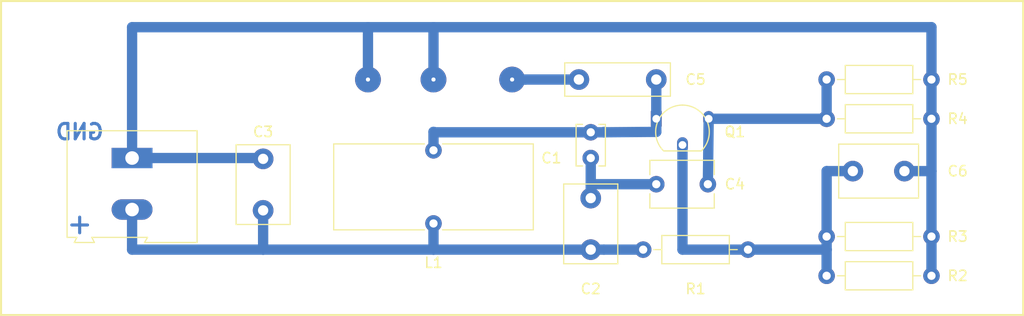
<source format=kicad_pcb>
(kicad_pcb (version 20171130) (host pcbnew 5.0.2-bee76a0~70~ubuntu18.10.1)

  (general
    (thickness 1.6)
    (drawings 6)
    (tracks 41)
    (zones 0)
    (modules 14)
    (nets 8)
  )

  (page A4 portrait)
  (layers
    (0 F.Cu signal)
    (31 B.Cu signal)
    (32 B.Adhes user)
    (33 F.Adhes user)
    (34 B.Paste user)
    (35 F.Paste user)
    (36 B.SilkS user)
    (37 F.SilkS user)
    (38 B.Mask user)
    (39 F.Mask user)
    (40 Dwgs.User user)
    (41 Cmts.User user)
    (42 Eco1.User user)
    (43 Eco2.User user)
    (44 Edge.Cuts user)
    (45 Margin user)
    (46 B.CrtYd user)
    (47 F.CrtYd user)
    (48 B.Fab user)
    (49 F.Fab user)
  )

  (setup
    (last_trace_width 1)
    (trace_clearance 0.2)
    (zone_clearance 0.508)
    (zone_45_only no)
    (trace_min 0.2)
    (segment_width 0.2)
    (edge_width 0.1)
    (via_size 1.5)
    (via_drill 0.4)
    (via_min_size 0.4)
    (via_min_drill 0.3)
    (uvia_size 0.3)
    (uvia_drill 0.1)
    (uvias_allowed no)
    (uvia_min_size 0.2)
    (uvia_min_drill 0.1)
    (pcb_text_width 0.3)
    (pcb_text_size 1.5 1.5)
    (mod_edge_width 0.15)
    (mod_text_size 1 1)
    (mod_text_width 0.15)
    (pad_size 0.85 0.85)
    (pad_drill 0.5)
    (pad_to_mask_clearance 0)
    (solder_mask_min_width 0.25)
    (aux_axis_origin 0 0)
    (visible_elements FFFFEF7F)
    (pcbplotparams
      (layerselection 0x010fc_ffffffff)
      (usegerberextensions false)
      (usegerberattributes false)
      (usegerberadvancedattributes false)
      (creategerberjobfile false)
      (excludeedgelayer true)
      (linewidth 0.100000)
      (plotframeref false)
      (viasonmask false)
      (mode 1)
      (useauxorigin false)
      (hpglpennumber 1)
      (hpglpenspeed 20)
      (hpglpendiameter 15.000000)
      (psnegative false)
      (psa4output false)
      (plotreference true)
      (plotvalue true)
      (plotinvisibletext false)
      (padsonsilk false)
      (subtractmaskfromsilk false)
      (outputformat 1)
      (mirror false)
      (drillshape 1)
      (scaleselection 1)
      (outputdirectory ""))
  )

  (net 0 "")
  (net 1 GND)
  (net 2 "Net-(C2-Pad2)")
  (net 3 "Net-(C1-Pad1)")
  (net 4 "Net-(C4-Pad2)")
  (net 5 VOut)
  (net 6 "Net-(C6-Pad1)")
  (net 7 "Net-(C3-Pad2)")

  (net_class Default "This is the default net class."
    (clearance 0.2)
    (trace_width 1)
    (via_dia 1.5)
    (via_drill 0.4)
    (uvia_dia 0.3)
    (uvia_drill 0.1)
    (add_net GND)
    (add_net "Net-(C1-Pad1)")
    (add_net "Net-(C2-Pad2)")
    (add_net "Net-(C3-Pad2)")
    (add_net "Net-(C4-Pad2)")
    (add_net "Net-(C6-Pad1)")
    (add_net VOut)
  )

  (module Capacitor_THT:C_Disc_D3.8mm_W2.6mm_P2.50mm (layer F.Cu) (tedit 5CE0B27B) (tstamp 5CBA9B17)
    (at 105.41 210.82 90)
    (descr "C, Disc series, Radial, pin pitch=2.50mm, , diameter*width=3.8*2.6mm^2, Capacitor, http://www.vishay.com/docs/45233/krseries.pdf")
    (tags "C Disc series Radial pin pitch 2.50mm  diameter 3.8mm width 2.6mm Capacitor")
    (path /5CBAE367)
    (fp_text reference C1 (at 0 -3.81 180) (layer F.SilkS)
      (effects (font (size 1 1) (thickness 0.15)))
    )
    (fp_text value 1nF (at 1.25 2.55 90) (layer F.Fab)
      (effects (font (size 1 1) (thickness 0.15)))
    )
    (fp_line (start -0.65 -1.3) (end -0.65 1.3) (layer F.Fab) (width 0.1))
    (fp_line (start -0.65 1.3) (end 3.15 1.3) (layer F.Fab) (width 0.1))
    (fp_line (start 3.15 1.3) (end 3.15 -1.3) (layer F.Fab) (width 0.1))
    (fp_line (start 3.15 -1.3) (end -0.65 -1.3) (layer F.Fab) (width 0.1))
    (fp_line (start -0.77 -1.42) (end 3.27 -1.42) (layer F.SilkS) (width 0.12))
    (fp_line (start -0.77 1.42) (end 3.27 1.42) (layer F.SilkS) (width 0.12))
    (fp_line (start -0.77 -1.42) (end -0.77 -0.795) (layer F.SilkS) (width 0.12))
    (fp_line (start -0.77 0.795) (end -0.77 1.42) (layer F.SilkS) (width 0.12))
    (fp_line (start 3.27 -1.42) (end 3.27 -0.795) (layer F.SilkS) (width 0.12))
    (fp_line (start 3.27 0.795) (end 3.27 1.42) (layer F.SilkS) (width 0.12))
    (fp_line (start -1.05 -1.55) (end -1.05 1.55) (layer F.CrtYd) (width 0.05))
    (fp_line (start -1.05 1.55) (end 3.55 1.55) (layer F.CrtYd) (width 0.05))
    (fp_line (start 3.55 1.55) (end 3.55 -1.55) (layer F.CrtYd) (width 0.05))
    (fp_line (start 3.55 -1.55) (end -1.05 -1.55) (layer F.CrtYd) (width 0.05))
    (fp_text user %R (at 1.25 0 90) (layer F.Fab)
      (effects (font (size 0.76 0.76) (thickness 0.114)))
    )
    (pad 1 thru_hole circle (at 0 0 90) (size 1.6 1.6) (drill 0.8) (layers *.Cu *.Mask)
      (net 2 "Net-(C2-Pad2)"))
    (pad 2 thru_hole circle (at 2.5 0 90) (size 1.6 1.6) (drill 0.8) (layers *.Cu *.Mask)
      (net 7 "Net-(C3-Pad2)"))
    (model ${KISYS3DMOD}/Capacitor_THT.3dshapes/C_Disc_D3.8mm_W2.6mm_P2.50mm.wrl
      (at (xyz 0 0 0))
      (scale (xyz 1 1 1))
      (rotate (xyz 0 0 0))
    )
  )

  (module Capacitor_THT:C_Disc_D7.5mm_W5.0mm_P5.00mm (layer F.Cu) (tedit 5CE0B277) (tstamp 5CBA59C7)
    (at 73.66 215.9 90)
    (descr "C, Disc series, Radial, pin pitch=5.00mm, , diameter*width=7.5*5.0mm^2, Capacitor, http://www.vishay.com/docs/28535/vy2series.pdf")
    (tags "C Disc series Radial pin pitch 5.00mm  diameter 7.5mm width 5.0mm Capacitor")
    (path /5CBAE321)
    (fp_text reference C3 (at 7.62 0 180) (layer F.SilkS)
      (effects (font (size 1 1) (thickness 0.15)))
    )
    (fp_text value 100nF (at 2.5 3.75 90) (layer F.Fab)
      (effects (font (size 1 1) (thickness 0.15)))
    )
    (fp_line (start -1.25 -2.5) (end -1.25 2.5) (layer F.Fab) (width 0.1))
    (fp_line (start -1.25 2.5) (end 6.25 2.5) (layer F.Fab) (width 0.1))
    (fp_line (start 6.25 2.5) (end 6.25 -2.5) (layer F.Fab) (width 0.1))
    (fp_line (start 6.25 -2.5) (end -1.25 -2.5) (layer F.Fab) (width 0.1))
    (fp_line (start -1.37 -2.62) (end 6.37 -2.62) (layer F.SilkS) (width 0.12))
    (fp_line (start -1.37 2.62) (end 6.37 2.62) (layer F.SilkS) (width 0.12))
    (fp_line (start -1.37 -2.62) (end -1.37 2.62) (layer F.SilkS) (width 0.12))
    (fp_line (start 6.37 -2.62) (end 6.37 2.62) (layer F.SilkS) (width 0.12))
    (fp_line (start -1.5 -2.75) (end -1.5 2.75) (layer F.CrtYd) (width 0.05))
    (fp_line (start -1.5 2.75) (end 6.5 2.75) (layer F.CrtYd) (width 0.05))
    (fp_line (start 6.5 2.75) (end 6.5 -2.75) (layer F.CrtYd) (width 0.05))
    (fp_line (start 6.5 -2.75) (end -1.5 -2.75) (layer F.CrtYd) (width 0.05))
    (fp_text user %R (at 2.5 0 90) (layer F.Fab)
      (effects (font (size 1 1) (thickness 0.15)))
    )
    (pad 1 thru_hole circle (at 0 0 90) (size 2 2) (drill 1) (layers *.Cu *.Mask)
      (net 3 "Net-(C1-Pad1)"))
    (pad 2 thru_hole circle (at 5 0 90) (size 2 2) (drill 1) (layers *.Cu *.Mask)
      (net 1 GND))
    (model ${KISYS3DMOD}/Capacitor_THT.3dshapes/C_Disc_D7.5mm_W5.0mm_P5.00mm.wrl
      (at (xyz 0 0 0))
      (scale (xyz 1 1 1))
      (rotate (xyz 0 0 0))
    )
  )

  (module Package_TO_SOT_THT:TO-92_Inline (layer F.Cu) (tedit 5CBA006B) (tstamp 5CBA5996)
    (at 113.03 208.28)
    (descr "TO-92 leads in-line, narrow, oval pads, drill 0.75mm (see NXP sot054_po.pdf)")
    (tags "to-92 sc-43 sc-43a sot54 PA33 transistor")
    (path /5CBAE6F5)
    (fp_text reference Q1 (at 6.35 0) (layer F.SilkS)
      (effects (font (size 1 1) (thickness 0.15)))
    )
    (fp_text value BC548 (at 5.08 -3.81) (layer F.Fab)
      (effects (font (size 1 1) (thickness 0.15)))
    )
    (fp_text user %R (at 1.27 -3.56) (layer F.Fab)
      (effects (font (size 1 1) (thickness 0.15)))
    )
    (fp_line (start -0.53 1.85) (end 3.07 1.85) (layer F.SilkS) (width 0.12))
    (fp_line (start -0.5 1.75) (end 3 1.75) (layer F.Fab) (width 0.1))
    (fp_line (start -1.46 -2.73) (end 4 -2.73) (layer F.CrtYd) (width 0.05))
    (fp_line (start -1.46 -2.73) (end -1.46 2.01) (layer F.CrtYd) (width 0.05))
    (fp_line (start 4 2.01) (end 4 -2.73) (layer F.CrtYd) (width 0.05))
    (fp_line (start 4 2.01) (end -1.46 2.01) (layer F.CrtYd) (width 0.05))
    (fp_arc (start 1.27 0) (end 1.27 -2.48) (angle 135) (layer F.Fab) (width 0.1))
    (fp_arc (start 1.27 0) (end 1.27 -2.6) (angle -135) (layer F.SilkS) (width 0.12))
    (fp_arc (start 1.27 0) (end 1.27 -2.48) (angle -135) (layer F.Fab) (width 0.1))
    (fp_arc (start 1.27 0) (end 1.27 -2.6) (angle 135) (layer F.SilkS) (width 0.12))
    (pad 2 thru_hole oval (at 1.27 1.27) (size 1.05 1.5) (drill 0.75) (layers *.Cu *.Mask)
      (net 6 "Net-(C6-Pad1)"))
    (pad 3 thru_hole oval (at 3.81 -1.27) (size 1.05 1.5) (drill 0.75) (layers *.Cu *.Mask)
      (net 4 "Net-(C4-Pad2)"))
    (pad 1 thru_hole rect (at -1.27 -1.27) (size 1.05 1.5) (drill 0.75) (layers *.Cu *.Mask)
      (net 7 "Net-(C3-Pad2)"))
    (model ${KISYS3DMOD}/Package_TO_SOT_THT.3dshapes/TO-92_Inline.wrl
      (at (xyz 0 0 0))
      (scale (xyz 1 1 1))
      (rotate (xyz 0 0 0))
    )
  )

  (module Capacitor_THT:C_Disc_D7.5mm_W5.0mm_P5.00mm (layer F.Cu) (tedit 5AE50EF0) (tstamp 5CBA74EB)
    (at 105.41 219.71 90)
    (descr "C, Disc series, Radial, pin pitch=5.00mm, , diameter*width=7.5*5.0mm^2, Capacitor, http://www.vishay.com/docs/28535/vy2series.pdf")
    (tags "C Disc series Radial pin pitch 5.00mm  diameter 7.5mm width 5.0mm Capacitor")
    (path /5CBAE633)
    (fp_text reference C2 (at -3.81 0 180) (layer F.SilkS)
      (effects (font (size 1 1) (thickness 0.15)))
    )
    (fp_text value 548pF (at -2.54 0 180) (layer F.Fab)
      (effects (font (size 1 1) (thickness 0.15)))
    )
    (fp_line (start -1.25 -2.5) (end -1.25 2.5) (layer F.Fab) (width 0.1))
    (fp_line (start -1.25 2.5) (end 6.25 2.5) (layer F.Fab) (width 0.1))
    (fp_line (start 6.25 2.5) (end 6.25 -2.5) (layer F.Fab) (width 0.1))
    (fp_line (start 6.25 -2.5) (end -1.25 -2.5) (layer F.Fab) (width 0.1))
    (fp_line (start -1.37 -2.62) (end 6.37 -2.62) (layer F.SilkS) (width 0.12))
    (fp_line (start -1.37 2.62) (end 6.37 2.62) (layer F.SilkS) (width 0.12))
    (fp_line (start -1.37 -2.62) (end -1.37 2.62) (layer F.SilkS) (width 0.12))
    (fp_line (start 6.37 -2.62) (end 6.37 2.62) (layer F.SilkS) (width 0.12))
    (fp_line (start -1.5 -2.75) (end -1.5 2.75) (layer F.CrtYd) (width 0.05))
    (fp_line (start -1.5 2.75) (end 6.5 2.75) (layer F.CrtYd) (width 0.05))
    (fp_line (start 6.5 2.75) (end 6.5 -2.75) (layer F.CrtYd) (width 0.05))
    (fp_line (start 6.5 -2.75) (end -1.5 -2.75) (layer F.CrtYd) (width 0.05))
    (fp_text user %R (at 2.5 0 90) (layer F.Fab)
      (effects (font (size 1 1) (thickness 0.15)))
    )
    (pad 1 thru_hole circle (at 0 0 90) (size 2 2) (drill 1) (layers *.Cu *.Mask)
      (net 3 "Net-(C1-Pad1)"))
    (pad 2 thru_hole circle (at 5 0 90) (size 2 2) (drill 1) (layers *.Cu *.Mask)
      (net 2 "Net-(C2-Pad2)"))
    (model ${KISYS3DMOD}/Capacitor_THT.3dshapes/C_Disc_D7.5mm_W5.0mm_P5.00mm.wrl
      (at (xyz 0 0 0))
      (scale (xyz 1 1 1))
      (rotate (xyz 0 0 0))
    )
  )

  (module Capacitor_THT:C_Rect_L10.0mm_W3.0mm_P7.50mm_MKS4 (layer F.Cu) (tedit 5CE04FA2) (tstamp 5CBA74B5)
    (at 111.76 203.2 180)
    (descr "C, Rect series, Radial, pin pitch=7.50mm, , length*width=10*3.0mm^2, Capacitor, http://www.wima.com/EN/WIMA_MKS_4.pdf")
    (tags "C Rect series Radial pin pitch 7.50mm  length 10mm width 3.0mm Capacitor")
    (path /5CBAE22C)
    (fp_text reference C5 (at -3.81 0 180) (layer F.SilkS)
      (effects (font (size 1 1) (thickness 0.15)))
    )
    (fp_text value 222nF (at 3.75 2.75 180) (layer F.Fab)
      (effects (font (size 1 1) (thickness 0.15)))
    )
    (fp_line (start -1.25 -1.5) (end -1.25 1.5) (layer F.Fab) (width 0.1))
    (fp_line (start -1.25 1.5) (end 8.75 1.5) (layer F.Fab) (width 0.1))
    (fp_line (start 8.75 1.5) (end 8.75 -1.5) (layer F.Fab) (width 0.1))
    (fp_line (start 8.75 -1.5) (end -1.25 -1.5) (layer F.Fab) (width 0.1))
    (fp_line (start -1.37 -1.62) (end 8.87 -1.62) (layer F.SilkS) (width 0.12))
    (fp_line (start -1.37 1.62) (end 8.87 1.62) (layer F.SilkS) (width 0.12))
    (fp_line (start -1.37 -1.62) (end -1.37 1.62) (layer F.SilkS) (width 0.12))
    (fp_line (start 8.87 -1.62) (end 8.87 1.62) (layer F.SilkS) (width 0.12))
    (fp_line (start -1.5 -1.75) (end -1.5 1.75) (layer F.CrtYd) (width 0.05))
    (fp_line (start -1.5 1.75) (end 9 1.75) (layer F.CrtYd) (width 0.05))
    (fp_line (start 9 1.75) (end 9 -1.75) (layer F.CrtYd) (width 0.05))
    (fp_line (start 9 -1.75) (end -1.5 -1.75) (layer F.CrtYd) (width 0.05))
    (fp_text user %R (at 3.75 0 180) (layer F.Fab)
      (effects (font (size 1 1) (thickness 0.15)))
    )
    (pad 1 thru_hole circle (at 0 0 180) (size 2 2) (drill 1) (layers *.Cu *.Mask)
      (net 7 "Net-(C3-Pad2)"))
    (pad 2 thru_hole circle (at 7.5 0 180) (size 2 2) (drill 1) (layers *.Cu *.Mask)
      (net 5 VOut))
    (model ${KISYS3DMOD}/Capacitor_THT.3dshapes/C_Rect_L10.0mm_W3.0mm_P7.50mm_MKS4.wrl
      (at (xyz 0 0 0))
      (scale (xyz 1 1 1))
      (rotate (xyz 0 0 0))
    )
  )

  (module Capacitor_THT:C_Disc_D6.0mm_W4.4mm_P5.00mm (layer F.Cu) (tedit 5AE50EF0) (tstamp 5CBA8F5A)
    (at 111.76 213.36)
    (descr "C, Disc series, Radial, pin pitch=5.00mm, , diameter*width=6*4.4mm^2, Capacitor")
    (tags "C Disc series Radial pin pitch 5.00mm  diameter 6mm width 4.4mm Capacitor")
    (path /5CBAE39B)
    (fp_text reference C4 (at 7.62 0) (layer F.SilkS)
      (effects (font (size 1 1) (thickness 0.15)))
    )
    (fp_text value 10nF (at 11.43 0) (layer F.Fab)
      (effects (font (size 1 1) (thickness 0.15)))
    )
    (fp_line (start -0.5 -2.2) (end -0.5 2.2) (layer F.Fab) (width 0.1))
    (fp_line (start -0.5 2.2) (end 5.5 2.2) (layer F.Fab) (width 0.1))
    (fp_line (start 5.5 2.2) (end 5.5 -2.2) (layer F.Fab) (width 0.1))
    (fp_line (start 5.5 -2.2) (end -0.5 -2.2) (layer F.Fab) (width 0.1))
    (fp_line (start -0.62 -2.321) (end 5.62 -2.321) (layer F.SilkS) (width 0.12))
    (fp_line (start -0.62 2.321) (end 5.62 2.321) (layer F.SilkS) (width 0.12))
    (fp_line (start -0.62 -2.321) (end -0.62 -0.925) (layer F.SilkS) (width 0.12))
    (fp_line (start -0.62 0.925) (end -0.62 2.321) (layer F.SilkS) (width 0.12))
    (fp_line (start 5.62 -2.321) (end 5.62 -0.925) (layer F.SilkS) (width 0.12))
    (fp_line (start 5.62 0.925) (end 5.62 2.321) (layer F.SilkS) (width 0.12))
    (fp_line (start -1.05 -2.45) (end -1.05 2.45) (layer F.CrtYd) (width 0.05))
    (fp_line (start -1.05 2.45) (end 6.05 2.45) (layer F.CrtYd) (width 0.05))
    (fp_line (start 6.05 2.45) (end 6.05 -2.45) (layer F.CrtYd) (width 0.05))
    (fp_line (start 6.05 -2.45) (end -1.05 -2.45) (layer F.CrtYd) (width 0.05))
    (fp_text user %R (at 2.5 0) (layer F.Fab)
      (effects (font (size 1 1) (thickness 0.15)))
    )
    (pad 1 thru_hole circle (at 0 0) (size 1.6 1.6) (drill 0.8) (layers *.Cu *.Mask)
      (net 2 "Net-(C2-Pad2)"))
    (pad 2 thru_hole circle (at 5 0) (size 1.6 1.6) (drill 0.8) (layers *.Cu *.Mask)
      (net 4 "Net-(C4-Pad2)"))
    (model ${KISYS3DMOD}/Capacitor_THT.3dshapes/C_Disc_D6.0mm_W4.4mm_P5.00mm.wrl
      (at (xyz 0 0 0))
      (scale (xyz 1 1 1))
      (rotate (xyz 0 0 0))
    )
  )

  (module Capacitor_THT:C_Disc_D7.5mm_W5.0mm_P5.00mm (layer F.Cu) (tedit 5AE50EF0) (tstamp 5CBA62DC)
    (at 130.81 212.09)
    (descr "C, Disc series, Radial, pin pitch=5.00mm, , diameter*width=7.5*5.0mm^2, Capacitor, http://www.vishay.com/docs/28535/vy2series.pdf")
    (tags "C Disc series Radial pin pitch 5.00mm  diameter 7.5mm width 5.0mm Capacitor")
    (path /5CBAE5B5)
    (fp_text reference C6 (at 10.16 0) (layer F.SilkS)
      (effects (font (size 1 1) (thickness 0.15)))
    )
    (fp_text value 451pF (at 13.97 0) (layer F.Fab)
      (effects (font (size 1 1) (thickness 0.15)))
    )
    (fp_text user %R (at 2.5 0) (layer F.Fab)
      (effects (font (size 1 1) (thickness 0.15)))
    )
    (fp_line (start 6.5 -2.75) (end -1.5 -2.75) (layer F.CrtYd) (width 0.05))
    (fp_line (start 6.5 2.75) (end 6.5 -2.75) (layer F.CrtYd) (width 0.05))
    (fp_line (start -1.5 2.75) (end 6.5 2.75) (layer F.CrtYd) (width 0.05))
    (fp_line (start -1.5 -2.75) (end -1.5 2.75) (layer F.CrtYd) (width 0.05))
    (fp_line (start 6.37 -2.62) (end 6.37 2.62) (layer F.SilkS) (width 0.12))
    (fp_line (start -1.37 -2.62) (end -1.37 2.62) (layer F.SilkS) (width 0.12))
    (fp_line (start -1.37 2.62) (end 6.37 2.62) (layer F.SilkS) (width 0.12))
    (fp_line (start -1.37 -2.62) (end 6.37 -2.62) (layer F.SilkS) (width 0.12))
    (fp_line (start 6.25 -2.5) (end -1.25 -2.5) (layer F.Fab) (width 0.1))
    (fp_line (start 6.25 2.5) (end 6.25 -2.5) (layer F.Fab) (width 0.1))
    (fp_line (start -1.25 2.5) (end 6.25 2.5) (layer F.Fab) (width 0.1))
    (fp_line (start -1.25 -2.5) (end -1.25 2.5) (layer F.Fab) (width 0.1))
    (pad 2 thru_hole circle (at 5 0) (size 2 2) (drill 1) (layers *.Cu *.Mask)
      (net 1 GND))
    (pad 1 thru_hole circle (at 0 0) (size 2 2) (drill 1) (layers *.Cu *.Mask)
      (net 6 "Net-(C6-Pad1)"))
    (model ${KISYS3DMOD}/Capacitor_THT.3dshapes/C_Disc_D7.5mm_W5.0mm_P5.00mm.wrl
      (at (xyz 0 0 0))
      (scale (xyz 1 1 1))
      (rotate (xyz 0 0 0))
    )
  )

  (module Resistor_THT:R_Axial_DIN0207_L6.3mm_D2.5mm_P10.16mm_Horizontal (layer F.Cu) (tedit 5AE5139B) (tstamp 5CBA5984)
    (at 128.27 203.2)
    (descr "Resistor, Axial_DIN0207 series, Axial, Horizontal, pin pitch=10.16mm, 0.25W = 1/4W, length*diameter=6.3*2.5mm^2, http://cdn-reichelt.de/documents/datenblatt/B400/1_4W%23YAG.pdf")
    (tags "Resistor Axial_DIN0207 series Axial Horizontal pin pitch 10.16mm 0.25W = 1/4W length 6.3mm diameter 2.5mm")
    (path /5CBAFEF5)
    (fp_text reference R5 (at 12.7 0) (layer F.SilkS)
      (effects (font (size 1 1) (thickness 0.15)))
    )
    (fp_text value 1kΩ (at 15.24 0) (layer F.Fab)
      (effects (font (size 1 1) (thickness 0.15)))
    )
    (fp_line (start 1.93 -1.25) (end 1.93 1.25) (layer F.Fab) (width 0.1))
    (fp_line (start 1.93 1.25) (end 8.23 1.25) (layer F.Fab) (width 0.1))
    (fp_line (start 8.23 1.25) (end 8.23 -1.25) (layer F.Fab) (width 0.1))
    (fp_line (start 8.23 -1.25) (end 1.93 -1.25) (layer F.Fab) (width 0.1))
    (fp_line (start 0 0) (end 1.93 0) (layer F.Fab) (width 0.1))
    (fp_line (start 10.16 0) (end 8.23 0) (layer F.Fab) (width 0.1))
    (fp_line (start 1.81 -1.37) (end 1.81 1.37) (layer F.SilkS) (width 0.12))
    (fp_line (start 1.81 1.37) (end 8.35 1.37) (layer F.SilkS) (width 0.12))
    (fp_line (start 8.35 1.37) (end 8.35 -1.37) (layer F.SilkS) (width 0.12))
    (fp_line (start 8.35 -1.37) (end 1.81 -1.37) (layer F.SilkS) (width 0.12))
    (fp_line (start 1.04 0) (end 1.81 0) (layer F.SilkS) (width 0.12))
    (fp_line (start 9.12 0) (end 8.35 0) (layer F.SilkS) (width 0.12))
    (fp_line (start -1.05 -1.5) (end -1.05 1.5) (layer F.CrtYd) (width 0.05))
    (fp_line (start -1.05 1.5) (end 11.21 1.5) (layer F.CrtYd) (width 0.05))
    (fp_line (start 11.21 1.5) (end 11.21 -1.5) (layer F.CrtYd) (width 0.05))
    (fp_line (start 11.21 -1.5) (end -1.05 -1.5) (layer F.CrtYd) (width 0.05))
    (fp_text user %R (at 5.08 0) (layer F.Fab)
      (effects (font (size 1 1) (thickness 0.15)))
    )
    (pad 1 thru_hole circle (at 0 0) (size 1.6 1.6) (drill 0.8) (layers *.Cu *.Mask)
      (net 4 "Net-(C4-Pad2)"))
    (pad 2 thru_hole oval (at 10.16 0) (size 1.6 1.6) (drill 0.8) (layers *.Cu *.Mask)
      (net 1 GND))
    (model ${KISYS3DMOD}/Resistor_THT.3dshapes/R_Axial_DIN0207_L6.3mm_D2.5mm_P10.16mm_Horizontal.wrl
      (at (xyz 0 0 0))
      (scale (xyz 1 1 1))
      (rotate (xyz 0 0 0))
    )
  )

  (module Resistor_THT:R_Axial_DIN0207_L6.3mm_D2.5mm_P10.16mm_Horizontal (layer F.Cu) (tedit 5AE5139B) (tstamp 5CBA596D)
    (at 128.27 207.01)
    (descr "Resistor, Axial_DIN0207 series, Axial, Horizontal, pin pitch=10.16mm, 0.25W = 1/4W, length*diameter=6.3*2.5mm^2, http://cdn-reichelt.de/documents/datenblatt/B400/1_4W%23YAG.pdf")
    (tags "Resistor Axial_DIN0207 series Axial Horizontal pin pitch 10.16mm 0.25W = 1/4W length 6.3mm diameter 2.5mm")
    (path /5CBAFEEE)
    (fp_text reference R4 (at 12.7 0) (layer F.SilkS)
      (effects (font (size 1 1) (thickness 0.15)))
    )
    (fp_text value 1kΩ (at 15.24 0) (layer F.Fab)
      (effects (font (size 1 1) (thickness 0.15)))
    )
    (fp_text user %R (at 5.08 0) (layer F.Fab)
      (effects (font (size 1 1) (thickness 0.15)))
    )
    (fp_line (start 11.21 -1.5) (end -1.05 -1.5) (layer F.CrtYd) (width 0.05))
    (fp_line (start 11.21 1.5) (end 11.21 -1.5) (layer F.CrtYd) (width 0.05))
    (fp_line (start -1.05 1.5) (end 11.21 1.5) (layer F.CrtYd) (width 0.05))
    (fp_line (start -1.05 -1.5) (end -1.05 1.5) (layer F.CrtYd) (width 0.05))
    (fp_line (start 9.12 0) (end 8.35 0) (layer F.SilkS) (width 0.12))
    (fp_line (start 1.04 0) (end 1.81 0) (layer F.SilkS) (width 0.12))
    (fp_line (start 8.35 -1.37) (end 1.81 -1.37) (layer F.SilkS) (width 0.12))
    (fp_line (start 8.35 1.37) (end 8.35 -1.37) (layer F.SilkS) (width 0.12))
    (fp_line (start 1.81 1.37) (end 8.35 1.37) (layer F.SilkS) (width 0.12))
    (fp_line (start 1.81 -1.37) (end 1.81 1.37) (layer F.SilkS) (width 0.12))
    (fp_line (start 10.16 0) (end 8.23 0) (layer F.Fab) (width 0.1))
    (fp_line (start 0 0) (end 1.93 0) (layer F.Fab) (width 0.1))
    (fp_line (start 8.23 -1.25) (end 1.93 -1.25) (layer F.Fab) (width 0.1))
    (fp_line (start 8.23 1.25) (end 8.23 -1.25) (layer F.Fab) (width 0.1))
    (fp_line (start 1.93 1.25) (end 8.23 1.25) (layer F.Fab) (width 0.1))
    (fp_line (start 1.93 -1.25) (end 1.93 1.25) (layer F.Fab) (width 0.1))
    (pad 2 thru_hole oval (at 10.16 0) (size 1.6 1.6) (drill 0.8) (layers *.Cu *.Mask)
      (net 1 GND))
    (pad 1 thru_hole circle (at 0 0) (size 1.6 1.6) (drill 0.8) (layers *.Cu *.Mask)
      (net 4 "Net-(C4-Pad2)"))
    (model ${KISYS3DMOD}/Resistor_THT.3dshapes/R_Axial_DIN0207_L6.3mm_D2.5mm_P10.16mm_Horizontal.wrl
      (at (xyz 0 0 0))
      (scale (xyz 1 1 1))
      (rotate (xyz 0 0 0))
    )
  )

  (module Resistor_THT:R_Axial_DIN0207_L6.3mm_D2.5mm_P10.16mm_Horizontal (layer F.Cu) (tedit 5AE5139B) (tstamp 5CBA5956)
    (at 128.27 218.44)
    (descr "Resistor, Axial_DIN0207 series, Axial, Horizontal, pin pitch=10.16mm, 0.25W = 1/4W, length*diameter=6.3*2.5mm^2, http://cdn-reichelt.de/documents/datenblatt/B400/1_4W%23YAG.pdf")
    (tags "Resistor Axial_DIN0207 series Axial Horizontal pin pitch 10.16mm 0.25W = 1/4W length 6.3mm diameter 2.5mm")
    (path /5CBAFC2A)
    (fp_text reference R3 (at 12.7 0) (layer F.SilkS)
      (effects (font (size 1 1) (thickness 0.15)))
    )
    (fp_text value 1,5kΩ (at 16.51 0) (layer F.Fab)
      (effects (font (size 1 1) (thickness 0.15)))
    )
    (fp_line (start 1.93 -1.25) (end 1.93 1.25) (layer F.Fab) (width 0.1))
    (fp_line (start 1.93 1.25) (end 8.23 1.25) (layer F.Fab) (width 0.1))
    (fp_line (start 8.23 1.25) (end 8.23 -1.25) (layer F.Fab) (width 0.1))
    (fp_line (start 8.23 -1.25) (end 1.93 -1.25) (layer F.Fab) (width 0.1))
    (fp_line (start 0 0) (end 1.93 0) (layer F.Fab) (width 0.1))
    (fp_line (start 10.16 0) (end 8.23 0) (layer F.Fab) (width 0.1))
    (fp_line (start 1.81 -1.37) (end 1.81 1.37) (layer F.SilkS) (width 0.12))
    (fp_line (start 1.81 1.37) (end 8.35 1.37) (layer F.SilkS) (width 0.12))
    (fp_line (start 8.35 1.37) (end 8.35 -1.37) (layer F.SilkS) (width 0.12))
    (fp_line (start 8.35 -1.37) (end 1.81 -1.37) (layer F.SilkS) (width 0.12))
    (fp_line (start 1.04 0) (end 1.81 0) (layer F.SilkS) (width 0.12))
    (fp_line (start 9.12 0) (end 8.35 0) (layer F.SilkS) (width 0.12))
    (fp_line (start -1.05 -1.5) (end -1.05 1.5) (layer F.CrtYd) (width 0.05))
    (fp_line (start -1.05 1.5) (end 11.21 1.5) (layer F.CrtYd) (width 0.05))
    (fp_line (start 11.21 1.5) (end 11.21 -1.5) (layer F.CrtYd) (width 0.05))
    (fp_line (start 11.21 -1.5) (end -1.05 -1.5) (layer F.CrtYd) (width 0.05))
    (fp_text user %R (at 5.08 0) (layer F.Fab)
      (effects (font (size 1 1) (thickness 0.15)))
    )
    (pad 1 thru_hole circle (at 0 0) (size 1.6 1.6) (drill 0.8) (layers *.Cu *.Mask)
      (net 6 "Net-(C6-Pad1)"))
    (pad 2 thru_hole oval (at 10.16 0) (size 1.6 1.6) (drill 0.8) (layers *.Cu *.Mask)
      (net 1 GND))
    (model ${KISYS3DMOD}/Resistor_THT.3dshapes/R_Axial_DIN0207_L6.3mm_D2.5mm_P10.16mm_Horizontal.wrl
      (at (xyz 0 0 0))
      (scale (xyz 1 1 1))
      (rotate (xyz 0 0 0))
    )
  )

  (module Resistor_THT:R_Axial_DIN0207_L6.3mm_D2.5mm_P10.16mm_Horizontal (layer F.Cu) (tedit 5AE5139B) (tstamp 5CBA593F)
    (at 128.27 222.25)
    (descr "Resistor, Axial_DIN0207 series, Axial, Horizontal, pin pitch=10.16mm, 0.25W = 1/4W, length*diameter=6.3*2.5mm^2, http://cdn-reichelt.de/documents/datenblatt/B400/1_4W%23YAG.pdf")
    (tags "Resistor Axial_DIN0207 series Axial Horizontal pin pitch 10.16mm 0.25W = 1/4W length 6.3mm diameter 2.5mm")
    (path /5CBAFBCE)
    (fp_text reference R2 (at 12.7 0) (layer F.SilkS)
      (effects (font (size 1 1) (thickness 0.15)))
    )
    (fp_text value 1,5kΩ (at 16.51 0) (layer F.Fab)
      (effects (font (size 1 1) (thickness 0.15)))
    )
    (fp_text user %R (at 5.08 0) (layer F.Fab)
      (effects (font (size 1 1) (thickness 0.15)))
    )
    (fp_line (start 11.21 -1.5) (end -1.05 -1.5) (layer F.CrtYd) (width 0.05))
    (fp_line (start 11.21 1.5) (end 11.21 -1.5) (layer F.CrtYd) (width 0.05))
    (fp_line (start -1.05 1.5) (end 11.21 1.5) (layer F.CrtYd) (width 0.05))
    (fp_line (start -1.05 -1.5) (end -1.05 1.5) (layer F.CrtYd) (width 0.05))
    (fp_line (start 9.12 0) (end 8.35 0) (layer F.SilkS) (width 0.12))
    (fp_line (start 1.04 0) (end 1.81 0) (layer F.SilkS) (width 0.12))
    (fp_line (start 8.35 -1.37) (end 1.81 -1.37) (layer F.SilkS) (width 0.12))
    (fp_line (start 8.35 1.37) (end 8.35 -1.37) (layer F.SilkS) (width 0.12))
    (fp_line (start 1.81 1.37) (end 8.35 1.37) (layer F.SilkS) (width 0.12))
    (fp_line (start 1.81 -1.37) (end 1.81 1.37) (layer F.SilkS) (width 0.12))
    (fp_line (start 10.16 0) (end 8.23 0) (layer F.Fab) (width 0.1))
    (fp_line (start 0 0) (end 1.93 0) (layer F.Fab) (width 0.1))
    (fp_line (start 8.23 -1.25) (end 1.93 -1.25) (layer F.Fab) (width 0.1))
    (fp_line (start 8.23 1.25) (end 8.23 -1.25) (layer F.Fab) (width 0.1))
    (fp_line (start 1.93 1.25) (end 8.23 1.25) (layer F.Fab) (width 0.1))
    (fp_line (start 1.93 -1.25) (end 1.93 1.25) (layer F.Fab) (width 0.1))
    (pad 2 thru_hole oval (at 10.16 0) (size 1.6 1.6) (drill 0.8) (layers *.Cu *.Mask)
      (net 1 GND))
    (pad 1 thru_hole circle (at 0 0) (size 1.6 1.6) (drill 0.8) (layers *.Cu *.Mask)
      (net 6 "Net-(C6-Pad1)"))
    (model ${KISYS3DMOD}/Resistor_THT.3dshapes/R_Axial_DIN0207_L6.3mm_D2.5mm_P10.16mm_Horizontal.wrl
      (at (xyz 0 0 0))
      (scale (xyz 1 1 1))
      (rotate (xyz 0 0 0))
    )
  )

  (module Resistor_THT:R_Axial_DIN0207_L6.3mm_D2.5mm_P10.16mm_Horizontal (layer F.Cu) (tedit 5AE5139B) (tstamp 5CBA5928)
    (at 110.49 219.71)
    (descr "Resistor, Axial_DIN0207 series, Axial, Horizontal, pin pitch=10.16mm, 0.25W = 1/4W, length*diameter=6.3*2.5mm^2, http://cdn-reichelt.de/documents/datenblatt/B400/1_4W%23YAG.pdf")
    (tags "Resistor Axial_DIN0207 series Axial Horizontal pin pitch 10.16mm 0.25W = 1/4W length 6.3mm diameter 2.5mm")
    (path /5CBAE515)
    (fp_text reference R1 (at 5.08 3.81) (layer F.SilkS)
      (effects (font (size 1 1) (thickness 0.15)))
    )
    (fp_text value 100Ω (at 5.08 2.37) (layer F.Fab)
      (effects (font (size 1 1) (thickness 0.15)))
    )
    (fp_line (start 1.93 -1.25) (end 1.93 1.25) (layer F.Fab) (width 0.1))
    (fp_line (start 1.93 1.25) (end 8.23 1.25) (layer F.Fab) (width 0.1))
    (fp_line (start 8.23 1.25) (end 8.23 -1.25) (layer F.Fab) (width 0.1))
    (fp_line (start 8.23 -1.25) (end 1.93 -1.25) (layer F.Fab) (width 0.1))
    (fp_line (start 0 0) (end 1.93 0) (layer F.Fab) (width 0.1))
    (fp_line (start 10.16 0) (end 8.23 0) (layer F.Fab) (width 0.1))
    (fp_line (start 1.81 -1.37) (end 1.81 1.37) (layer F.SilkS) (width 0.12))
    (fp_line (start 1.81 1.37) (end 8.35 1.37) (layer F.SilkS) (width 0.12))
    (fp_line (start 8.35 1.37) (end 8.35 -1.37) (layer F.SilkS) (width 0.12))
    (fp_line (start 8.35 -1.37) (end 1.81 -1.37) (layer F.SilkS) (width 0.12))
    (fp_line (start 1.04 0) (end 1.81 0) (layer F.SilkS) (width 0.12))
    (fp_line (start 9.12 0) (end 8.35 0) (layer F.SilkS) (width 0.12))
    (fp_line (start -1.05 -1.5) (end -1.05 1.5) (layer F.CrtYd) (width 0.05))
    (fp_line (start -1.05 1.5) (end 11.21 1.5) (layer F.CrtYd) (width 0.05))
    (fp_line (start 11.21 1.5) (end 11.21 -1.5) (layer F.CrtYd) (width 0.05))
    (fp_line (start 11.21 -1.5) (end -1.05 -1.5) (layer F.CrtYd) (width 0.05))
    (fp_text user %R (at 5.08 0) (layer F.Fab)
      (effects (font (size 1 1) (thickness 0.15)))
    )
    (pad 1 thru_hole circle (at 0 0) (size 1.6 1.6) (drill 0.8) (layers *.Cu *.Mask)
      (net 3 "Net-(C1-Pad1)"))
    (pad 2 thru_hole oval (at 10.16 0) (size 1.6 1.6) (drill 0.8) (layers *.Cu *.Mask)
      (net 6 "Net-(C6-Pad1)"))
    (model ${KISYS3DMOD}/Resistor_THT.3dshapes/R_Axial_DIN0207_L6.3mm_D2.5mm_P10.16mm_Horizontal.wrl
      (at (xyz 0 0 0))
      (scale (xyz 1 1 1))
      (rotate (xyz 0 0 0))
    )
  )

  (module TerminalBlock:TerminalBlock_Altech_AK300-2_P5.00mm (layer F.Cu) (tedit 5C4BD46A) (tstamp 5CBA66D8)
    (at 60.96 210.82 270)
    (descr "Altech AK300 terminal block, pitch 5.0mm, 45 degree angled, see http://www.mouser.com/ds/2/16/PCBMETRC-24178.pdf")
    (tags "Altech AK300 terminal block pitch 5.0mm")
    (path /5C4BF483)
    (fp_text reference J_in1 (at 3.81 5.08 90) (layer B.Adhes)
      (effects (font (size 1 1) (thickness 0.15)) (justify mirror))
    )
    (fp_text value "In (1 a 15v)" (at 2.78 7.75 270) (layer F.Fab)
      (effects (font (size 1 1) (thickness 0.15)))
    )
    (fp_text user %R (at 2.5 -2 270) (layer F.Fab)
      (effects (font (size 1 1) (thickness 0.15)))
    )
    (fp_line (start -2.65 -6.3) (end -2.65 6.3) (layer F.SilkS) (width 0.12))
    (fp_line (start -2.65 6.3) (end 7.7 6.3) (layer F.SilkS) (width 0.12))
    (fp_line (start 7.7 6.3) (end 7.7 5.35) (layer F.SilkS) (width 0.12))
    (fp_line (start 7.7 5.35) (end 8.2 5.6) (layer F.SilkS) (width 0.12))
    (fp_line (start 8.2 5.6) (end 8.2 3.7) (layer F.SilkS) (width 0.12))
    (fp_line (start 8.2 3.7) (end 8.2 3.65) (layer F.SilkS) (width 0.12))
    (fp_line (start 8.2 3.65) (end 7.7 3.9) (layer F.SilkS) (width 0.12))
    (fp_line (start 7.7 3.9) (end 7.7 -1.5) (layer F.SilkS) (width 0.12))
    (fp_line (start 7.7 -1.5) (end 8.2 -1.2) (layer F.SilkS) (width 0.12))
    (fp_line (start 8.2 -1.2) (end 8.2 -6.3) (layer F.SilkS) (width 0.12))
    (fp_line (start 8.2 -6.3) (end -2.65 -6.3) (layer F.SilkS) (width 0.12))
    (fp_line (start -1.26 2.54) (end 1.28 2.54) (layer F.Fab) (width 0.1))
    (fp_line (start 1.28 2.54) (end 1.28 -0.25) (layer F.Fab) (width 0.1))
    (fp_line (start -1.26 -0.25) (end 1.28 -0.25) (layer F.Fab) (width 0.1))
    (fp_line (start -1.26 2.54) (end -1.26 -0.25) (layer F.Fab) (width 0.1))
    (fp_line (start 3.74 2.54) (end 6.28 2.54) (layer F.Fab) (width 0.1))
    (fp_line (start 6.28 2.54) (end 6.28 -0.25) (layer F.Fab) (width 0.1))
    (fp_line (start 3.74 -0.25) (end 6.28 -0.25) (layer F.Fab) (width 0.1))
    (fp_line (start 3.74 2.54) (end 3.74 -0.25) (layer F.Fab) (width 0.1))
    (fp_line (start 7.61 -6.22) (end 7.61 -3.17) (layer F.Fab) (width 0.1))
    (fp_line (start 7.61 -6.22) (end -2.58 -6.22) (layer F.Fab) (width 0.1))
    (fp_line (start 7.61 -6.22) (end 8.11 -6.22) (layer F.Fab) (width 0.1))
    (fp_line (start 8.11 -6.22) (end 8.11 -1.4) (layer F.Fab) (width 0.1))
    (fp_line (start 8.11 -1.4) (end 7.61 -1.65) (layer F.Fab) (width 0.1))
    (fp_line (start 8.11 5.46) (end 7.61 5.21) (layer F.Fab) (width 0.1))
    (fp_line (start 7.61 5.21) (end 7.61 6.22) (layer F.Fab) (width 0.1))
    (fp_line (start 8.11 3.81) (end 7.61 4.06) (layer F.Fab) (width 0.1))
    (fp_line (start 7.61 4.06) (end 7.61 5.21) (layer F.Fab) (width 0.1))
    (fp_line (start 8.11 3.81) (end 8.11 5.46) (layer F.Fab) (width 0.1))
    (fp_line (start 2.98 6.22) (end 2.98 4.32) (layer F.Fab) (width 0.1))
    (fp_line (start 7.05 -0.25) (end 7.05 4.32) (layer F.Fab) (width 0.1))
    (fp_line (start 2.98 6.22) (end 7.05 6.22) (layer F.Fab) (width 0.1))
    (fp_line (start 7.05 6.22) (end 7.61 6.22) (layer F.Fab) (width 0.1))
    (fp_line (start 2.04 6.22) (end 2.04 4.32) (layer F.Fab) (width 0.1))
    (fp_line (start 2.04 6.22) (end 2.98 6.22) (layer F.Fab) (width 0.1))
    (fp_line (start -2.02 -0.25) (end -2.02 4.32) (layer F.Fab) (width 0.1))
    (fp_line (start -2.58 6.22) (end -2.02 6.22) (layer F.Fab) (width 0.1))
    (fp_line (start -2.02 6.22) (end 2.04 6.22) (layer F.Fab) (width 0.1))
    (fp_line (start 2.98 4.32) (end 7.05 4.32) (layer F.Fab) (width 0.1))
    (fp_line (start 2.98 4.32) (end 2.98 -0.25) (layer F.Fab) (width 0.1))
    (fp_line (start 7.05 4.32) (end 7.05 6.22) (layer F.Fab) (width 0.1))
    (fp_line (start 2.04 4.32) (end -2.02 4.32) (layer F.Fab) (width 0.1))
    (fp_line (start 2.04 4.32) (end 2.04 -0.25) (layer F.Fab) (width 0.1))
    (fp_line (start -2.02 4.32) (end -2.02 6.22) (layer F.Fab) (width 0.1))
    (fp_line (start 6.67 3.68) (end 6.67 0.51) (layer F.Fab) (width 0.1))
    (fp_line (start 6.67 3.68) (end 3.36 3.68) (layer F.Fab) (width 0.1))
    (fp_line (start 3.36 3.68) (end 3.36 0.51) (layer F.Fab) (width 0.1))
    (fp_line (start 1.66 3.68) (end 1.66 0.51) (layer F.Fab) (width 0.1))
    (fp_line (start 1.66 3.68) (end -1.64 3.68) (layer F.Fab) (width 0.1))
    (fp_line (start -1.64 3.68) (end -1.64 0.51) (layer F.Fab) (width 0.1))
    (fp_line (start -1.64 0.51) (end -1.26 0.51) (layer F.Fab) (width 0.1))
    (fp_line (start 1.66 0.51) (end 1.28 0.51) (layer F.Fab) (width 0.1))
    (fp_line (start 3.36 0.51) (end 3.74 0.51) (layer F.Fab) (width 0.1))
    (fp_line (start 6.67 0.51) (end 6.28 0.51) (layer F.Fab) (width 0.1))
    (fp_line (start -2.58 6.22) (end -2.58 -0.64) (layer F.Fab) (width 0.1))
    (fp_line (start -2.58 -0.64) (end -2.58 -3.17) (layer F.Fab) (width 0.1))
    (fp_line (start 7.61 -1.65) (end 7.61 -0.64) (layer F.Fab) (width 0.1))
    (fp_line (start 7.61 -0.64) (end 7.61 4.06) (layer F.Fab) (width 0.1))
    (fp_line (start -2.58 -3.17) (end 7.61 -3.17) (layer F.Fab) (width 0.1))
    (fp_line (start -2.58 -3.17) (end -2.58 -6.22) (layer F.Fab) (width 0.1))
    (fp_line (start 7.61 -3.17) (end 7.61 -1.65) (layer F.Fab) (width 0.1))
    (fp_line (start 2.98 -3.43) (end 2.98 -5.97) (layer F.Fab) (width 0.1))
    (fp_line (start 2.98 -5.97) (end 7.05 -5.97) (layer F.Fab) (width 0.1))
    (fp_line (start 7.05 -5.97) (end 7.05 -3.43) (layer F.Fab) (width 0.1))
    (fp_line (start 7.05 -3.43) (end 2.98 -3.43) (layer F.Fab) (width 0.1))
    (fp_line (start 2.04 -3.43) (end 2.04 -5.97) (layer F.Fab) (width 0.1))
    (fp_line (start 2.04 -3.43) (end -2.02 -3.43) (layer F.Fab) (width 0.1))
    (fp_line (start -2.02 -3.43) (end -2.02 -5.97) (layer F.Fab) (width 0.1))
    (fp_line (start 2.04 -5.97) (end -2.02 -5.97) (layer F.Fab) (width 0.1))
    (fp_line (start 3.39 -4.45) (end 6.44 -5.08) (layer F.Fab) (width 0.1))
    (fp_line (start 3.52 -4.32) (end 6.56 -4.95) (layer F.Fab) (width 0.1))
    (fp_line (start -1.62 -4.45) (end 1.44 -5.08) (layer F.Fab) (width 0.1))
    (fp_line (start -1.49 -4.32) (end 1.56 -4.95) (layer F.Fab) (width 0.1))
    (fp_line (start -2.02 -0.25) (end -1.64 -0.25) (layer F.Fab) (width 0.1))
    (fp_line (start 2.04 -0.25) (end 1.66 -0.25) (layer F.Fab) (width 0.1))
    (fp_line (start 1.66 -0.25) (end -1.64 -0.25) (layer F.Fab) (width 0.1))
    (fp_line (start -2.58 -0.64) (end -1.64 -0.64) (layer F.Fab) (width 0.1))
    (fp_line (start -1.64 -0.64) (end 1.66 -0.64) (layer F.Fab) (width 0.1))
    (fp_line (start 1.66 -0.64) (end 3.36 -0.64) (layer F.Fab) (width 0.1))
    (fp_line (start 7.61 -0.64) (end 6.67 -0.64) (layer F.Fab) (width 0.1))
    (fp_line (start 6.67 -0.64) (end 3.36 -0.64) (layer F.Fab) (width 0.1))
    (fp_line (start 7.05 -0.25) (end 6.67 -0.25) (layer F.Fab) (width 0.1))
    (fp_line (start 2.98 -0.25) (end 3.36 -0.25) (layer F.Fab) (width 0.1))
    (fp_line (start 3.36 -0.25) (end 6.67 -0.25) (layer F.Fab) (width 0.1))
    (fp_line (start -2.83 -6.47) (end 8.36 -6.47) (layer F.CrtYd) (width 0.05))
    (fp_line (start -2.83 -6.47) (end -2.83 6.47) (layer F.CrtYd) (width 0.05))
    (fp_line (start 8.36 6.47) (end 8.36 -6.47) (layer F.CrtYd) (width 0.05))
    (fp_line (start 8.36 6.47) (end -2.83 6.47) (layer F.CrtYd) (width 0.05))
    (fp_arc (start 6.03 -4.59) (end 6.54 -5.05) (angle 90.5) (layer F.Fab) (width 0.1))
    (fp_arc (start 5.07 -6.07) (end 6.53 -4.12) (angle 75.5) (layer F.Fab) (width 0.1))
    (fp_arc (start 4.99 -3.71) (end 3.39 -5) (angle 100) (layer F.Fab) (width 0.1))
    (fp_arc (start 3.87 -4.65) (end 3.58 -4.13) (angle 104.2) (layer F.Fab) (width 0.1))
    (fp_arc (start 1.03 -4.59) (end 1.53 -5.05) (angle 90.5) (layer F.Fab) (width 0.1))
    (fp_arc (start 0.06 -6.07) (end 1.53 -4.12) (angle 75.5) (layer F.Fab) (width 0.1))
    (fp_arc (start -0.01 -3.71) (end -1.62 -5) (angle 100) (layer F.Fab) (width 0.1))
    (fp_arc (start -1.13 -4.65) (end -1.42 -4.13) (angle 104.2) (layer F.Fab) (width 0.1))
    (pad 1 thru_hole rect (at 0 0 270) (size 1.98 3.96) (drill 1.32) (layers *.Cu *.Mask)
      (net 1 GND))
    (pad 2 thru_hole oval (at 5 0 270) (size 1.98 3.96) (drill 1.32) (layers *.Cu *.Mask)
      (net 3 "Net-(C1-Pad1)"))
    (model /home/fgl27/Downloads/kicad_layouts_etc/TerminalBlock_Altech.3dshapes/Altech_AK300_1x02_P5.00mm_45-Degree.wrl
      (at (xyz 0 0 0))
      (scale (xyz 1 1 0.9))
      (rotate (xyz 0 0 0))
    )
  )

  (module Inductor_THT:L_Toroid_Vertical_L19.1mm_W8.1mm_P7.10mm_Bourns_5700 (layer F.Cu) (tedit 5AE59B06) (tstamp 5C4BDE43)
    (at 90.17 217.17 180)
    (descr "L_Toroid, Vertical series, Radial, pin pitch=7.10mm, , length*width=19.1*8.1mm^2, Bourns, 5700, http://www.bourns.com/docs/Product-Datasheets/5700_series.pdf")
    (tags "L_Toroid Vertical series Radial pin pitch 7.10mm  length 19.1mm width 8.1mm Bourns 5700")
    (path /5C4A86F4)
    (fp_text reference L1 (at 0 -3.81 180) (layer F.SilkS)
      (effects (font (size 1 1) (thickness 0.15)))
    )
    (fp_text value 33uH (at 2.54 9.15 180) (layer F.Fab)
      (effects (font (size 1 1) (thickness 0.15)))
    )
    (fp_line (start -9.55 -0.5) (end -9.55 7.6) (layer F.Fab) (width 0.1))
    (fp_line (start -9.55 7.6) (end 9.55 7.6) (layer F.Fab) (width 0.1))
    (fp_line (start 9.55 7.6) (end 9.55 -0.5) (layer F.Fab) (width 0.1))
    (fp_line (start 9.55 -0.5) (end -9.55 -0.5) (layer F.Fab) (width 0.1))
    (fp_line (start -9.55 -0.5) (end -8.595 7.6) (layer F.Fab) (width 0.1))
    (fp_line (start -7.64 -0.5) (end -6.685 7.6) (layer F.Fab) (width 0.1))
    (fp_line (start -5.73 -0.5) (end -4.775 7.6) (layer F.Fab) (width 0.1))
    (fp_line (start -3.82 -0.5) (end -2.865 7.6) (layer F.Fab) (width 0.1))
    (fp_line (start -1.91 -0.5) (end -0.955 7.6) (layer F.Fab) (width 0.1))
    (fp_line (start 0 -0.5) (end 0.955 7.6) (layer F.Fab) (width 0.1))
    (fp_line (start 1.91 -0.5) (end 2.865 7.6) (layer F.Fab) (width 0.1))
    (fp_line (start 3.82 -0.5) (end 4.775 7.6) (layer F.Fab) (width 0.1))
    (fp_line (start 5.73 -0.5) (end 6.685 7.6) (layer F.Fab) (width 0.1))
    (fp_line (start 7.64 -0.5) (end 8.595 7.6) (layer F.Fab) (width 0.1))
    (fp_line (start -9.67 -0.62) (end -0.875 -0.62) (layer F.SilkS) (width 0.12))
    (fp_line (start 0.875 -0.62) (end 9.67 -0.62) (layer F.SilkS) (width 0.12))
    (fp_line (start -9.67 7.72) (end -0.875 7.72) (layer F.SilkS) (width 0.12))
    (fp_line (start 0.875 7.72) (end 9.67 7.72) (layer F.SilkS) (width 0.12))
    (fp_line (start -9.67 -0.62) (end -9.67 7.72) (layer F.SilkS) (width 0.12))
    (fp_line (start 9.67 -0.62) (end 9.67 7.72) (layer F.SilkS) (width 0.12))
    (fp_line (start -9.8 -1.05) (end -9.8 8.15) (layer F.CrtYd) (width 0.05))
    (fp_line (start -9.8 8.15) (end 9.8 8.15) (layer F.CrtYd) (width 0.05))
    (fp_line (start 9.8 8.15) (end 9.8 -1.05) (layer F.CrtYd) (width 0.05))
    (fp_line (start 9.8 -1.05) (end -9.8 -1.05) (layer F.CrtYd) (width 0.05))
    (fp_text user %R (at 3.55 0 180) (layer F.Fab)
      (effects (font (size 1 1) (thickness 0.15)))
    )
    (pad 1 thru_hole circle (at 0 0 180) (size 1.6 1.6) (drill 0.8) (layers *.Cu *.Mask)
      (net 3 "Net-(C1-Pad1)"))
    (pad 2 thru_hole circle (at 0 7.1 180) (size 1.6 1.6) (drill 0.8) (layers *.Cu *.Mask)
      (net 7 "Net-(C3-Pad2)"))
    (model ${KISYS3DMOD}/Inductors_THT.3dshapes/L_Toroid_Vertical_L19.1mm_W8.1mm_P7.10mm_Bourns_5700.wrl
      (at (xyz 0 0 0))
      (scale (xyz 0.4 0.4 0.4))
      (rotate (xyz 0 0 0))
    )
  )

  (gr_text GND (at 55.88 208.28) (layer B.Cu)
    (effects (font (size 1.5 1.5) (thickness 0.3)) (justify mirror))
  )
  (gr_text + (at 55.88 217.17) (layer B.Cu)
    (effects (font (size 2 2) (thickness 0.3)) (justify mirror))
  )
  (gr_line (start 48.26 226.06) (end 48.26 195.58) (layer F.SilkS) (width 0.2))
  (gr_line (start 147.32 226.06) (end 48.26 226.06) (layer F.SilkS) (width 0.2))
  (gr_line (start 147.32 195.58) (end 147.32 226.06) (layer F.SilkS) (width 0.2))
  (gr_line (start 48.26 195.58) (end 147.32 195.58) (layer F.SilkS) (width 0.2))

  (via (at 90.17 203.2) (size 2.5) (drill 0.4) (layers F.Cu B.Cu) (net 1) (tstamp 5CBA8812))
  (via (at 83.82 203.2) (size 2.5) (drill 0.4) (layers F.Cu B.Cu) (net 1) (tstamp 5CBA8812))
  (segment (start 73.58 210.82) (end 73.66 210.9) (width 1) (layer B.Cu) (net 1))
  (segment (start 60.96 210.82) (end 73.58 210.82) (width 1) (layer B.Cu) (net 1))
  (segment (start 138.43 222.25) (end 138.43 218.44) (width 1) (layer B.Cu) (net 1))
  (segment (start 138.43 218.44) (end 138.43 212.09) (width 1) (layer B.Cu) (net 1))
  (segment (start 135.81 212.09) (end 138.43 212.09) (width 1) (layer B.Cu) (net 1))
  (segment (start 138.43 212.09) (end 138.43 203.2) (width 1) (layer B.Cu) (net 1))
  (segment (start 138.43 198.12) (end 138.43 203.2) (width 1) (layer B.Cu) (net 1))
  (segment (start 60.96 210.82) (end 60.96 198.12) (width 1) (layer B.Cu) (net 1))
  (segment (start 60.96 198.12) (end 138.43 198.12) (width 1) (layer B.Cu) (net 1))
  (segment (start 90.17 203.2) (end 90.17 198.12) (width 1) (layer B.Cu) (net 1) (tstamp 5CBA895D))
  (segment (start 83.82 203.2) (end 83.82 198.12) (width 1) (layer B.Cu) (net 1) (tstamp 5CBA895D))
  (segment (start 105.41 214.71) (end 105.41 210.82) (width 1) (layer B.Cu) (net 2))
  (segment (start 111.76 213.36) (end 105.41 213.36) (width 1) (layer B.Cu) (net 2))
  (segment (start 73.58 215.82) (end 73.66 215.9) (width 1) (layer B.Cu) (net 3))
  (segment (start 60.96 219.71) (end 60.96 215.82) (width 1) (layer B.Cu) (net 3))
  (segment (start 73.66 215.9) (end 73.66 219.71) (width 1) (layer B.Cu) (net 3))
  (segment (start 73.66 219.71) (end 60.96 219.71) (width 1) (layer B.Cu) (net 3))
  (segment (start 90.17 217.17) (end 90.17 219.71) (width 1) (layer B.Cu) (net 3))
  (segment (start 90.17 219.71) (end 73.66 219.71) (width 1) (layer B.Cu) (net 3))
  (segment (start 106.68 219.71) (end 110.49 219.71) (width 1) (layer B.Cu) (net 3))
  (segment (start 90.17 219.71) (end 106.68 219.71) (width 1) (layer B.Cu) (net 3))
  (segment (start 128.27 207.01) (end 128.27 203.2) (width 1) (layer B.Cu) (net 4))
  (segment (start 128.27 207.01) (end 116.84 207.01) (width 1) (layer B.Cu) (net 4))
  (segment (start 116.76 213.36) (end 116.84 207.01) (width 1) (layer B.Cu) (net 4))
  (segment (start 99.06 203.2) (end 99.06 203.2) (width 1) (layer B.Cu) (net 5) (tstamp 5CBA87A0))
  (via (at 97.79 203.2) (size 2.5) (drill 0.4) (layers F.Cu B.Cu) (net 5))
  (segment (start 104.26 203.2) (end 97.79 203.2) (width 1) (layer B.Cu) (net 5))
  (segment (start 128.27 219.71) (end 128.27 218.44) (width 1) (layer B.Cu) (net 6))
  (segment (start 128.27 222.25) (end 128.27 219.71) (width 1) (layer B.Cu) (net 6))
  (segment (start 128.27 218.44) (end 128.27 212.09) (width 1) (layer B.Cu) (net 6))
  (segment (start 128.27 212.09) (end 130.81 212.09) (width 1) (layer B.Cu) (net 6))
  (segment (start 114.3 219.71) (end 128.27 219.71) (width 1) (layer B.Cu) (net 6))
  (segment (start 114.3 209.55) (end 114.3 219.71) (width 1) (layer B.Cu) (net 6))
  (segment (start 106.72 208.28) (end 106.68 208.32) (width 1) (layer B.Cu) (net 7))
  (segment (start 90.17 210.07) (end 90.17 208.28) (width 1) (layer B.Cu) (net 7))
  (segment (start 90.21 208.32) (end 106.68 208.32) (width 1) (layer B.Cu) (net 7))
  (segment (start 90.17 208.28) (end 90.21 208.32) (width 1) (layer B.Cu) (net 7))
  (segment (start 111.76 208.28) (end 111.76 203.2) (width 1) (layer B.Cu) (net 7))
  (segment (start 106.68 208.32) (end 111.76 208.28) (width 1) (layer B.Cu) (net 7))

)

</source>
